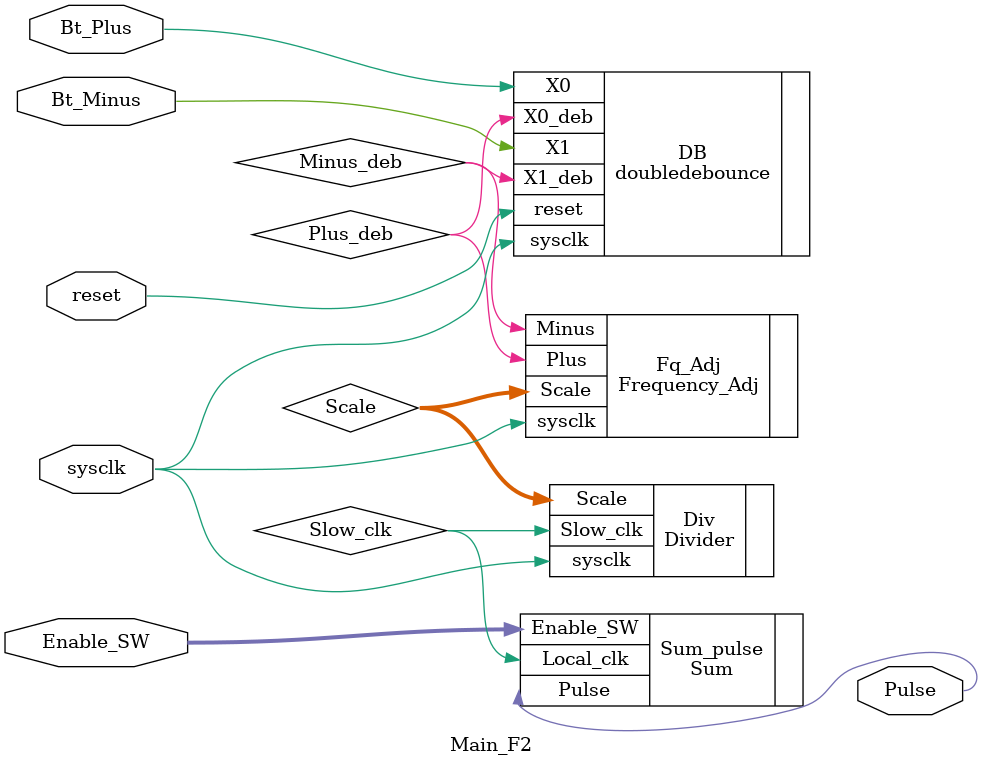
<source format=v>
`include"Frequency_Adj.v"//Finding Frequency Scale
`include"Divider.v"//frequency modulation 
`include"Sum.v"
//doubledebouncer
`include"doubledebounce.v"

module Main_F2 (input wire sysclk,
input wire [3:0] Enable_SW,
input wire reset,
input wire Bt_Plus,
input wire Bt_Minus,
output wire Pulse);

// Variables
wire Slow_clk;//divider output
//debouncer output
wire Plus_deb;
wire Minus_deb;
//Frequency_Adj output, Waveforms' input
wire [5:0] Scale;

//Sub modules
// Button Debounce
doubledebounce DB (.X0(Bt_Plus),.X1(Bt_Minus),.reset(reset),.X0_deb(Plus_deb),
.X1_deb(Minus_deb),.sysclk(sysclk));
//Frequency Adjustment
Frequency_Adj Fq_Adj (.sysclk(sysclk),.Plus(Plus_deb),.Minus(Minus_deb),
.Scale(Scale));
//Frequency divider.
Divider Div(.Slow_clk(Slow_clk),
 .Scale(Scale),.sysclk(sysclk));// get a slowed lock 
//Waveforms Generator.

Sum Sum_pulse (.Local_clk(Slow_clk),.Enable_SW(Enable_SW),.Pulse(Pulse));





endmodule
</source>
